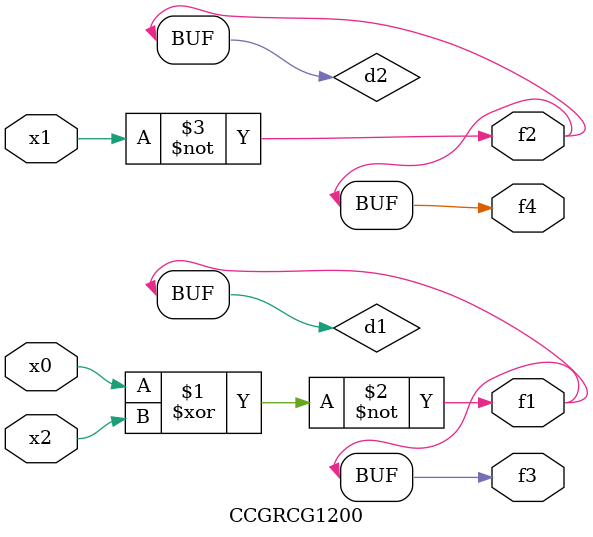
<source format=v>
module CCGRCG1200(
	input x0, x1, x2,
	output f1, f2, f3, f4
);

	wire d1, d2, d3;

	xnor (d1, x0, x2);
	nand (d2, x1);
	nor (d3, x1, x2);
	assign f1 = d1;
	assign f2 = d2;
	assign f3 = d1;
	assign f4 = d2;
endmodule

</source>
